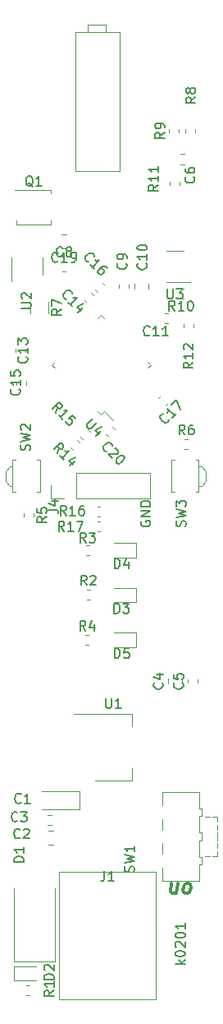
<source format=gbr>
G04 #@! TF.GenerationSoftware,KiCad,Pcbnew,(5.1.0)-1*
G04 #@! TF.CreationDate,2019-05-29T20:43:47+02:00*
G04 #@! TF.ProjectId,WELLER,57454c4c-4552-42e6-9b69-6361645f7063,rev?*
G04 #@! TF.SameCoordinates,Original*
G04 #@! TF.FileFunction,Legend,Top*
G04 #@! TF.FilePolarity,Positive*
%FSLAX46Y46*%
G04 Gerber Fmt 4.6, Leading zero omitted, Abs format (unit mm)*
G04 Created by KiCad (PCBNEW (5.1.0)-1) date 2019-05-29 20:43:47*
%MOMM*%
%LPD*%
G04 APERTURE LIST*
%ADD10C,0.300000*%
%ADD11C,0.150000*%
%ADD12C,0.120000*%
G04 APERTURE END LIST*
D10*
X138594545Y-113093108D02*
X138728474Y-113164537D01*
X138790974Y-113235965D01*
X138844545Y-113378822D01*
X138790974Y-113807394D01*
X138701688Y-113950251D01*
X138621331Y-114021680D01*
X138469545Y-114093108D01*
X138255260Y-114093108D01*
X138121331Y-114021680D01*
X138058831Y-113950251D01*
X138005260Y-113807394D01*
X138058831Y-113378822D01*
X138148117Y-113235965D01*
X138228474Y-113164537D01*
X138380260Y-113093108D01*
X138594545Y-113093108D01*
X137326688Y-114093108D02*
X137451688Y-113093108D01*
X137344545Y-113950251D02*
X137264188Y-114021680D01*
X137112402Y-114093108D01*
X136898117Y-114093108D01*
X136764188Y-114021680D01*
X136710617Y-113878822D01*
X136808831Y-113093108D01*
D11*
X138206740Y-121339668D02*
X137206740Y-121339668D01*
X137825788Y-121244430D02*
X138206740Y-120958716D01*
X137540074Y-120958716D02*
X137921026Y-121339668D01*
X137206740Y-120339668D02*
X137206740Y-120244430D01*
X137254360Y-120149192D01*
X137301979Y-120101573D01*
X137397217Y-120053954D01*
X137587693Y-120006335D01*
X137825788Y-120006335D01*
X138016264Y-120053954D01*
X138111502Y-120101573D01*
X138159121Y-120149192D01*
X138206740Y-120244430D01*
X138206740Y-120339668D01*
X138159121Y-120434906D01*
X138111502Y-120482525D01*
X138016264Y-120530144D01*
X137825788Y-120577763D01*
X137587693Y-120577763D01*
X137397217Y-120530144D01*
X137301979Y-120482525D01*
X137254360Y-120434906D01*
X137206740Y-120339668D01*
X137301979Y-119625382D02*
X137254360Y-119577763D01*
X137206740Y-119482525D01*
X137206740Y-119244430D01*
X137254360Y-119149192D01*
X137301979Y-119101573D01*
X137397217Y-119053954D01*
X137492455Y-119053954D01*
X137635312Y-119101573D01*
X138206740Y-119673001D01*
X138206740Y-119053954D01*
X137206740Y-118434906D02*
X137206740Y-118339668D01*
X137254360Y-118244430D01*
X137301979Y-118196811D01*
X137397217Y-118149192D01*
X137587693Y-118101573D01*
X137825788Y-118101573D01*
X138016264Y-118149192D01*
X138111502Y-118196811D01*
X138159121Y-118244430D01*
X138206740Y-118339668D01*
X138206740Y-118434906D01*
X138159121Y-118530144D01*
X138111502Y-118577763D01*
X138016264Y-118625382D01*
X137825788Y-118673001D01*
X137587693Y-118673001D01*
X137397217Y-118625382D01*
X137301979Y-118577763D01*
X137254360Y-118530144D01*
X137206740Y-118434906D01*
X138206740Y-117149192D02*
X138206740Y-117720620D01*
X138206740Y-117434906D02*
X137206740Y-117434906D01*
X137349598Y-117530144D01*
X137444836Y-117625382D01*
X137492455Y-117720620D01*
X133688200Y-75768104D02*
X133640580Y-75863342D01*
X133640580Y-76006200D01*
X133688200Y-76149057D01*
X133783438Y-76244295D01*
X133878676Y-76291914D01*
X134069152Y-76339533D01*
X134212009Y-76339533D01*
X134402485Y-76291914D01*
X134497723Y-76244295D01*
X134592961Y-76149057D01*
X134640580Y-76006200D01*
X134640580Y-75910961D01*
X134592961Y-75768104D01*
X134545342Y-75720485D01*
X134212009Y-75720485D01*
X134212009Y-75910961D01*
X134640580Y-75291914D02*
X133640580Y-75291914D01*
X134640580Y-74720485D01*
X133640580Y-74720485D01*
X134640580Y-74244295D02*
X133640580Y-74244295D01*
X133640580Y-74006200D01*
X133688200Y-73863342D01*
X133783438Y-73768104D01*
X133878676Y-73720485D01*
X134069152Y-73672866D01*
X134212009Y-73672866D01*
X134402485Y-73720485D01*
X134497723Y-73768104D01*
X134592961Y-73863342D01*
X134640580Y-74006200D01*
X134640580Y-74244295D01*
D12*
X129995000Y-24650800D02*
X128170000Y-24650800D01*
X129995000Y-25425800D02*
X129995000Y-24650800D01*
X128170000Y-24650800D02*
X128170000Y-25425800D01*
X131470000Y-39775800D02*
X131470000Y-25425800D01*
X126920000Y-39775800D02*
X126920000Y-25425800D01*
X131470000Y-25425800D02*
X126920000Y-25425800D01*
X126920000Y-39775800D02*
X131470000Y-39775800D01*
X122264760Y-53179896D02*
X122264760Y-54384024D01*
X124084760Y-53179896D02*
X124084760Y-54384024D01*
X125225800Y-124961600D02*
X125225800Y-111911600D01*
X135225800Y-124961600D02*
X125225800Y-124961600D01*
X135225800Y-111911600D02*
X135225800Y-124961600D01*
X125225800Y-111911600D02*
X130225800Y-111911600D01*
X130225800Y-111911600D02*
X135225800Y-111911600D01*
X129474179Y-75817000D02*
X129148621Y-75817000D01*
X129474179Y-76837000D02*
X129148621Y-76837000D01*
X129474179Y-74242200D02*
X129148621Y-74242200D01*
X129474179Y-75262200D02*
X129148621Y-75262200D01*
X139524200Y-92424067D02*
X139524200Y-92081533D01*
X138504200Y-92424067D02*
X138504200Y-92081533D01*
X136433779Y-54404800D02*
X136108221Y-54404800D01*
X136433779Y-55424800D02*
X136108221Y-55424800D01*
X130023471Y-66787520D02*
X130265680Y-67029729D01*
X130744720Y-66066271D02*
X130986929Y-66308480D01*
X129858198Y-64477113D02*
X130770366Y-65389281D01*
X129540000Y-64795311D02*
X129858198Y-64477113D01*
X129221802Y-64477113D02*
X129540000Y-64795311D01*
X124434689Y-59690000D02*
X124752887Y-59371802D01*
X124752887Y-60008198D02*
X124434689Y-59690000D01*
X134645311Y-59690000D02*
X134327113Y-60008198D01*
X134327113Y-59371802D02*
X134645311Y-59690000D01*
X129540000Y-54584689D02*
X129221802Y-54902887D01*
X129858198Y-54902887D02*
X129540000Y-54584689D01*
X127329329Y-67680080D02*
X127087120Y-67437871D01*
X126608080Y-68401329D02*
X126365871Y-68159120D01*
X124349200Y-73440600D02*
X124349200Y-72110600D01*
X125679200Y-73440600D02*
X124349200Y-73440600D01*
X126949200Y-73440600D02*
X126949200Y-70780600D01*
X126949200Y-70780600D02*
X134629200Y-70780600D01*
X126949200Y-73440600D02*
X134629200Y-73440600D01*
X134629200Y-73440600D02*
X134629200Y-70780600D01*
X125988578Y-46280000D02*
X125471422Y-46280000D01*
X125988578Y-47700000D02*
X125471422Y-47700000D01*
X129894729Y-51449480D02*
X129652520Y-51207271D01*
X129173480Y-52170729D02*
X128931271Y-51928520D01*
X139626800Y-72770000D02*
X139326800Y-72770000D01*
X139626800Y-69470000D02*
X139626800Y-72770000D01*
X139326800Y-69470000D02*
X139626800Y-69470000D01*
X136826800Y-72770000D02*
X137126800Y-72770000D01*
X137126800Y-69470000D02*
X136826800Y-69470000D01*
X136826800Y-69470000D02*
X136826800Y-72770000D01*
X139946800Y-72120000D02*
X139626800Y-72120000D01*
X140326800Y-71620000D02*
X139946800Y-72120000D01*
X140326800Y-70620000D02*
X140326800Y-71620000D01*
X139946800Y-70120000D02*
X139626800Y-70120000D01*
X140326800Y-70620000D02*
X139946800Y-70120000D01*
X120418400Y-69470000D02*
X120718400Y-69470000D01*
X120418400Y-72770000D02*
X120418400Y-69470000D01*
X120718400Y-72770000D02*
X120418400Y-72770000D01*
X123218400Y-69470000D02*
X122918400Y-69470000D01*
X122918400Y-72770000D02*
X123218400Y-72770000D01*
X123218400Y-72770000D02*
X123218400Y-69470000D01*
X120098400Y-70120000D02*
X120418400Y-70120000D01*
X119718400Y-70620000D02*
X120098400Y-70120000D01*
X119718400Y-71620000D02*
X119718400Y-70620000D01*
X120098400Y-72120000D02*
X120418400Y-72120000D01*
X119718400Y-71620000D02*
X120098400Y-72120000D01*
X141569600Y-108629400D02*
X141569600Y-108629400D01*
X141569600Y-107829400D02*
X141569600Y-108629400D01*
X141569600Y-107529400D02*
X141569600Y-107529400D01*
X141569600Y-107029400D02*
X141569600Y-107529400D01*
X141569600Y-108929400D02*
X141569600Y-108929400D01*
X141569600Y-109429400D02*
X141569600Y-108929400D01*
X140269600Y-110229400D02*
X140269600Y-110229400D01*
X140769600Y-110229400D02*
X140269600Y-110229400D01*
X140269600Y-106229400D02*
X140269600Y-106229400D01*
X140769600Y-106229400D02*
X140269600Y-106229400D01*
X141069600Y-106229400D02*
X141069600Y-106229400D01*
X141569600Y-106229400D02*
X141069600Y-106229400D01*
X141569600Y-106729400D02*
X141569600Y-106729400D01*
X141569600Y-106229400D02*
X141569600Y-106729400D01*
X141569600Y-109729400D02*
X141569600Y-109729400D01*
X141569600Y-110229400D02*
X141569600Y-109729400D01*
X141069600Y-110229400D02*
X141069600Y-110229400D01*
X141569600Y-110229400D02*
X141069600Y-110229400D01*
X139669600Y-112829400D02*
X139669600Y-112829400D01*
X139669600Y-111129400D02*
X139669600Y-112829400D01*
X139969600Y-111129400D02*
X139669600Y-111129400D01*
X139969600Y-110329400D02*
X139969600Y-111129400D01*
X139669600Y-110329400D02*
X139969600Y-110329400D01*
X139669600Y-108629400D02*
X139669600Y-110329400D01*
X139969600Y-108629400D02*
X139669600Y-108629400D01*
X139969600Y-107829400D02*
X139969600Y-108629400D01*
X139669600Y-107829400D02*
X139969600Y-107829400D01*
X139669600Y-106129400D02*
X139669600Y-107829400D01*
X139969600Y-106129400D02*
X139669600Y-106129400D01*
X139969600Y-105329400D02*
X139969600Y-106129400D01*
X139669600Y-105329400D02*
X139969600Y-105329400D01*
X139669600Y-103629400D02*
X139669600Y-105329400D01*
X135869600Y-110029400D02*
X135869600Y-110029400D01*
X135869600Y-108929400D02*
X135869600Y-110029400D01*
X135869600Y-107529400D02*
X135869600Y-107529400D01*
X135869600Y-106429400D02*
X135869600Y-107529400D01*
X135869600Y-112829400D02*
X135869600Y-111429400D01*
X139669600Y-112829400D02*
X135869600Y-112829400D01*
X135869600Y-103629400D02*
X139669600Y-103629400D01*
X135869600Y-105029400D02*
X135869600Y-103629400D01*
X127438673Y-67072922D02*
X127668878Y-67303127D01*
X128159922Y-66351673D02*
X128390127Y-66581878D01*
X139117800Y-55814179D02*
X139117800Y-55488621D01*
X138097800Y-55814179D02*
X138097800Y-55488621D01*
X137619200Y-41158379D02*
X137619200Y-40832821D01*
X136599200Y-41158379D02*
X136599200Y-40832821D01*
X138033979Y-51814000D02*
X137708421Y-51814000D01*
X138033979Y-52834000D02*
X137708421Y-52834000D01*
X137593800Y-35748179D02*
X137593800Y-35422621D01*
X136573800Y-35748179D02*
X136573800Y-35422621D01*
X138250200Y-35397221D02*
X138250200Y-35722779D01*
X139270200Y-35397221D02*
X139270200Y-35722779D01*
X121833421Y-124538200D02*
X122158979Y-124538200D01*
X121833421Y-123518200D02*
X122158979Y-123518200D01*
X120587400Y-123061400D02*
X122872400Y-123061400D01*
X120587400Y-121591400D02*
X120587400Y-123061400D01*
X122872400Y-121591400D02*
X120587400Y-121591400D01*
X120506600Y-121131200D02*
X120506600Y-113581200D01*
X124806600Y-121131200D02*
X124806600Y-113581200D01*
X120506600Y-121131200D02*
X124806600Y-121131200D01*
X136190480Y-63824249D02*
X136432689Y-63582040D01*
X135469231Y-63103000D02*
X135711440Y-62860791D01*
X121774680Y-58362667D02*
X121774680Y-58020133D01*
X120754680Y-58362667D02*
X120754680Y-58020133D01*
X128751729Y-52516280D02*
X128509520Y-52274071D01*
X128030480Y-53237529D02*
X127788271Y-52995320D01*
X120764840Y-61413573D02*
X120764840Y-61756107D01*
X121784840Y-61413573D02*
X121784840Y-61756107D01*
X134441000Y-51845978D02*
X134441000Y-51328822D01*
X133021000Y-51845978D02*
X133021000Y-51328822D01*
X132412200Y-51758667D02*
X132412200Y-51416133D01*
X131392200Y-51758667D02*
X131392200Y-51416133D01*
X125558733Y-50040000D02*
X125901267Y-50040000D01*
X125558733Y-49020000D02*
X125901267Y-49020000D01*
X138118667Y-37996400D02*
X137776133Y-37996400D01*
X138118667Y-39016400D02*
X137776133Y-39016400D01*
X137870000Y-92511378D02*
X137870000Y-91994222D01*
X136450000Y-92511378D02*
X136450000Y-91994222D01*
X124402667Y-105992200D02*
X124060133Y-105992200D01*
X124402667Y-107012200D02*
X124060133Y-107012200D01*
X124616978Y-107621000D02*
X124099822Y-107621000D01*
X124616978Y-109041000D02*
X124099822Y-109041000D01*
X127328800Y-103586000D02*
X123418800Y-103586000D01*
X127328800Y-105456000D02*
X127328800Y-103586000D01*
X123418800Y-105456000D02*
X127328800Y-105456000D01*
X120310000Y-48630000D02*
X120310000Y-51080000D01*
X123530000Y-50430000D02*
X123530000Y-48630000D01*
X126710000Y-95650000D02*
X132720000Y-95650000D01*
X128960000Y-102470000D02*
X132720000Y-102470000D01*
X132720000Y-95650000D02*
X132720000Y-96910000D01*
X132720000Y-102470000D02*
X132720000Y-101210000D01*
X138191021Y-68353400D02*
X138516579Y-68353400D01*
X138191021Y-67333400D02*
X138516579Y-67333400D01*
X121526840Y-74985661D02*
X121526840Y-75311219D01*
X122546840Y-74985661D02*
X122546840Y-75311219D01*
X127954821Y-88521000D02*
X128280379Y-88521000D01*
X127954821Y-87501000D02*
X128280379Y-87501000D01*
X128030921Y-79250000D02*
X128356479Y-79250000D01*
X128030921Y-78230000D02*
X128356479Y-78230000D01*
X128056421Y-83847400D02*
X128381979Y-83847400D01*
X128056421Y-82827400D02*
X128381979Y-82827400D01*
X120835800Y-45204000D02*
X120835800Y-44834000D01*
X124375800Y-45204000D02*
X124375800Y-44834000D01*
X124375800Y-41664000D02*
X124375800Y-42034000D01*
X120835800Y-45204000D02*
X124375800Y-45204000D01*
X124375800Y-41664000D02*
X120605800Y-41664000D01*
X133158700Y-87250600D02*
X130873700Y-87250600D01*
X133158700Y-88720600D02*
X133158700Y-87250600D01*
X130873700Y-88720600D02*
X133158700Y-88720600D01*
X133158700Y-78017700D02*
X130873700Y-78017700D01*
X133158700Y-79487700D02*
X133158700Y-78017700D01*
X130873700Y-79487700D02*
X133158700Y-79487700D01*
X133133300Y-82634150D02*
X130848300Y-82634150D01*
X133133300Y-84104150D02*
X133133300Y-82634150D01*
X130848300Y-84104150D02*
X133133300Y-84104150D01*
X136260000Y-51140000D02*
X138710000Y-51140000D01*
X138060000Y-47920000D02*
X136260000Y-47920000D01*
D11*
X125447140Y-53948626D02*
X124970950Y-54281960D01*
X125447140Y-54520055D02*
X124447140Y-54520055D01*
X124447140Y-54139102D01*
X124494760Y-54043864D01*
X124542379Y-53996245D01*
X124637617Y-53948626D01*
X124780474Y-53948626D01*
X124875712Y-53996245D01*
X124923331Y-54043864D01*
X124970950Y-54139102D01*
X124970950Y-54520055D01*
X124447140Y-53615293D02*
X124447140Y-52948626D01*
X125447140Y-53377198D01*
X129892466Y-111813980D02*
X129892466Y-112528266D01*
X129844847Y-112671123D01*
X129749609Y-112766361D01*
X129606752Y-112813980D01*
X129511514Y-112813980D01*
X130892466Y-112813980D02*
X130321038Y-112813980D01*
X130606752Y-112813980D02*
X130606752Y-111813980D01*
X130511514Y-111956838D01*
X130416276Y-112052076D01*
X130321038Y-112099695D01*
X125747542Y-76779380D02*
X125414209Y-76303190D01*
X125176114Y-76779380D02*
X125176114Y-75779380D01*
X125557066Y-75779380D01*
X125652304Y-75827000D01*
X125699923Y-75874619D01*
X125747542Y-75969857D01*
X125747542Y-76112714D01*
X125699923Y-76207952D01*
X125652304Y-76255571D01*
X125557066Y-76303190D01*
X125176114Y-76303190D01*
X126699923Y-76779380D02*
X126128495Y-76779380D01*
X126414209Y-76779380D02*
X126414209Y-75779380D01*
X126318971Y-75922238D01*
X126223733Y-76017476D01*
X126128495Y-76065095D01*
X127033257Y-75779380D02*
X127699923Y-75779380D01*
X127271352Y-76779380D01*
X125925342Y-75179180D02*
X125592009Y-74702990D01*
X125353914Y-75179180D02*
X125353914Y-74179180D01*
X125734866Y-74179180D01*
X125830104Y-74226800D01*
X125877723Y-74274419D01*
X125925342Y-74369657D01*
X125925342Y-74512514D01*
X125877723Y-74607752D01*
X125830104Y-74655371D01*
X125734866Y-74702990D01*
X125353914Y-74702990D01*
X126877723Y-75179180D02*
X126306295Y-75179180D01*
X126592009Y-75179180D02*
X126592009Y-74179180D01*
X126496771Y-74322038D01*
X126401533Y-74417276D01*
X126306295Y-74464895D01*
X127734866Y-74179180D02*
X127544390Y-74179180D01*
X127449152Y-74226800D01*
X127401533Y-74274419D01*
X127306295Y-74417276D01*
X127258676Y-74607752D01*
X127258676Y-74988704D01*
X127306295Y-75083942D01*
X127353914Y-75131561D01*
X127449152Y-75179180D01*
X127639628Y-75179180D01*
X127734866Y-75131561D01*
X127782485Y-75083942D01*
X127830104Y-74988704D01*
X127830104Y-74750609D01*
X127782485Y-74655371D01*
X127734866Y-74607752D01*
X127639628Y-74560133D01*
X127449152Y-74560133D01*
X127353914Y-74607752D01*
X127306295Y-74655371D01*
X127258676Y-74750609D01*
X137941342Y-92419466D02*
X137988961Y-92467085D01*
X138036580Y-92609942D01*
X138036580Y-92705180D01*
X137988961Y-92848038D01*
X137893723Y-92943276D01*
X137798485Y-92990895D01*
X137608009Y-93038514D01*
X137465152Y-93038514D01*
X137274676Y-92990895D01*
X137179438Y-92943276D01*
X137084200Y-92848038D01*
X137036580Y-92705180D01*
X137036580Y-92609942D01*
X137084200Y-92467085D01*
X137131819Y-92419466D01*
X137036580Y-91514704D02*
X137036580Y-91990895D01*
X137512771Y-92038514D01*
X137465152Y-91990895D01*
X137417533Y-91895657D01*
X137417533Y-91657561D01*
X137465152Y-91562323D01*
X137512771Y-91514704D01*
X137608009Y-91467085D01*
X137846104Y-91467085D01*
X137941342Y-91514704D01*
X137988961Y-91562323D01*
X138036580Y-91657561D01*
X138036580Y-91895657D01*
X137988961Y-91990895D01*
X137941342Y-92038514D01*
X134561342Y-56592742D02*
X134513723Y-56640361D01*
X134370866Y-56687980D01*
X134275628Y-56687980D01*
X134132771Y-56640361D01*
X134037533Y-56545123D01*
X133989914Y-56449885D01*
X133942295Y-56259409D01*
X133942295Y-56116552D01*
X133989914Y-55926076D01*
X134037533Y-55830838D01*
X134132771Y-55735600D01*
X134275628Y-55687980D01*
X134370866Y-55687980D01*
X134513723Y-55735600D01*
X134561342Y-55783219D01*
X135513723Y-56687980D02*
X134942295Y-56687980D01*
X135228009Y-56687980D02*
X135228009Y-55687980D01*
X135132771Y-55830838D01*
X135037533Y-55926076D01*
X134942295Y-55973695D01*
X136466104Y-56687980D02*
X135894676Y-56687980D01*
X136180390Y-56687980D02*
X136180390Y-55687980D01*
X136085152Y-55830838D01*
X135989914Y-55926076D01*
X135894676Y-55973695D01*
X130102893Y-68581169D02*
X130035549Y-68581169D01*
X129900862Y-68513825D01*
X129833519Y-68446482D01*
X129766175Y-68311795D01*
X129766175Y-68177108D01*
X129799847Y-68076093D01*
X129900862Y-67907734D01*
X130001877Y-67806719D01*
X130170236Y-67705703D01*
X130271251Y-67672032D01*
X130405938Y-67672032D01*
X130540625Y-67739375D01*
X130607969Y-67806719D01*
X130675312Y-67941406D01*
X130675312Y-68008749D01*
X130944687Y-68278123D02*
X131012030Y-68278123D01*
X131113045Y-68311795D01*
X131281404Y-68480154D01*
X131315076Y-68581169D01*
X131315076Y-68648512D01*
X131281404Y-68749528D01*
X131214061Y-68816871D01*
X131079374Y-68884215D01*
X130271251Y-68884215D01*
X130708984Y-69321948D01*
X131853824Y-69052574D02*
X131921167Y-69119917D01*
X131954839Y-69220932D01*
X131954839Y-69288276D01*
X131921167Y-69389291D01*
X131820152Y-69557650D01*
X131651793Y-69726009D01*
X131483435Y-69827024D01*
X131382419Y-69860696D01*
X131315076Y-69860696D01*
X131214061Y-69827024D01*
X131146717Y-69759680D01*
X131113045Y-69658665D01*
X131113045Y-69591322D01*
X131146717Y-69490306D01*
X131247732Y-69321948D01*
X131416091Y-69153589D01*
X131584450Y-69052574D01*
X131685465Y-69018902D01*
X131752809Y-69018902D01*
X131853824Y-69052574D01*
X128677277Y-65241026D02*
X128104857Y-65813446D01*
X128071185Y-65914461D01*
X128071185Y-65981805D01*
X128104857Y-66082820D01*
X128239544Y-66217507D01*
X128340559Y-66251179D01*
X128407903Y-66251179D01*
X128508918Y-66217507D01*
X129081338Y-65645087D01*
X129485399Y-66520553D02*
X129013994Y-66991957D01*
X129586414Y-66082820D02*
X128912979Y-66419538D01*
X129350712Y-66857270D01*
X125061986Y-68796075D02*
X125163001Y-68223656D01*
X124657925Y-68392014D02*
X125365032Y-67684908D01*
X125634406Y-67954282D01*
X125668078Y-68055297D01*
X125668078Y-68122640D01*
X125634406Y-68223656D01*
X125533391Y-68324671D01*
X125432375Y-68358343D01*
X125365032Y-68358343D01*
X125264017Y-68324671D01*
X124994643Y-68055297D01*
X125735421Y-69469511D02*
X125331360Y-69065450D01*
X125533391Y-69267480D02*
X126240498Y-68560373D01*
X126072139Y-68594045D01*
X125937452Y-68594045D01*
X125836437Y-68560373D01*
X126812917Y-69604198D02*
X126341513Y-70075602D01*
X126913933Y-69166465D02*
X126240498Y-69503182D01*
X126678230Y-69940915D01*
X124140980Y-74602933D02*
X124855266Y-74602933D01*
X124998123Y-74650552D01*
X125093361Y-74745790D01*
X125140980Y-74888647D01*
X125140980Y-74983885D01*
X124474314Y-73698171D02*
X125140980Y-73698171D01*
X124093361Y-73936266D02*
X124807647Y-74174361D01*
X124807647Y-73555314D01*
X125087142Y-48997142D02*
X125039523Y-49044761D01*
X124896666Y-49092380D01*
X124801428Y-49092380D01*
X124658571Y-49044761D01*
X124563333Y-48949523D01*
X124515714Y-48854285D01*
X124468095Y-48663809D01*
X124468095Y-48520952D01*
X124515714Y-48330476D01*
X124563333Y-48235238D01*
X124658571Y-48140000D01*
X124801428Y-48092380D01*
X124896666Y-48092380D01*
X125039523Y-48140000D01*
X125087142Y-48187619D01*
X126039523Y-49092380D02*
X125468095Y-49092380D01*
X125753809Y-49092380D02*
X125753809Y-48092380D01*
X125658571Y-48235238D01*
X125563333Y-48330476D01*
X125468095Y-48378095D01*
X126515714Y-49092380D02*
X126706190Y-49092380D01*
X126801428Y-49044761D01*
X126849047Y-48997142D01*
X126944285Y-48854285D01*
X126991904Y-48663809D01*
X126991904Y-48282857D01*
X126944285Y-48187619D01*
X126896666Y-48140000D01*
X126801428Y-48092380D01*
X126610952Y-48092380D01*
X126515714Y-48140000D01*
X126468095Y-48187619D01*
X126420476Y-48282857D01*
X126420476Y-48520952D01*
X126468095Y-48616190D01*
X126515714Y-48663809D01*
X126610952Y-48711428D01*
X126801428Y-48711428D01*
X126896666Y-48663809D01*
X126944285Y-48616190D01*
X126991904Y-48520952D01*
X128248693Y-49073969D02*
X128181349Y-49073969D01*
X128046662Y-49006625D01*
X127979319Y-48939282D01*
X127911975Y-48804595D01*
X127911975Y-48669908D01*
X127945647Y-48568893D01*
X128046662Y-48400534D01*
X128147677Y-48299519D01*
X128316036Y-48198503D01*
X128417051Y-48164832D01*
X128551738Y-48164832D01*
X128686425Y-48232175D01*
X128753769Y-48299519D01*
X128821112Y-48434206D01*
X128821112Y-48501549D01*
X128854784Y-49814748D02*
X128450723Y-49410687D01*
X128652754Y-49612717D02*
X129359861Y-48905610D01*
X129191502Y-48939282D01*
X129056815Y-48939282D01*
X128955800Y-48905610D01*
X130167983Y-49713732D02*
X130033296Y-49579045D01*
X129932280Y-49545374D01*
X129864937Y-49545374D01*
X129696578Y-49579045D01*
X129528219Y-49680061D01*
X129258845Y-49949435D01*
X129225174Y-50050450D01*
X129225174Y-50117793D01*
X129258845Y-50218809D01*
X129393532Y-50353496D01*
X129494548Y-50387167D01*
X129561891Y-50387167D01*
X129662906Y-50353496D01*
X129831265Y-50185137D01*
X129864937Y-50084122D01*
X129864937Y-50016778D01*
X129831265Y-49915763D01*
X129696578Y-49781076D01*
X129595563Y-49747404D01*
X129528219Y-49747404D01*
X129427204Y-49781076D01*
X138250561Y-76314133D02*
X138298180Y-76171276D01*
X138298180Y-75933180D01*
X138250561Y-75837942D01*
X138202942Y-75790323D01*
X138107704Y-75742704D01*
X138012466Y-75742704D01*
X137917228Y-75790323D01*
X137869609Y-75837942D01*
X137821990Y-75933180D01*
X137774371Y-76123657D01*
X137726752Y-76218895D01*
X137679133Y-76266514D01*
X137583895Y-76314133D01*
X137488657Y-76314133D01*
X137393419Y-76266514D01*
X137345800Y-76218895D01*
X137298180Y-76123657D01*
X137298180Y-75885561D01*
X137345800Y-75742704D01*
X137298180Y-75409371D02*
X138298180Y-75171276D01*
X137583895Y-74980800D01*
X138298180Y-74790323D01*
X137298180Y-74552228D01*
X137298180Y-74266514D02*
X137298180Y-73647466D01*
X137679133Y-73980800D01*
X137679133Y-73837942D01*
X137726752Y-73742704D01*
X137774371Y-73695085D01*
X137869609Y-73647466D01*
X138107704Y-73647466D01*
X138202942Y-73695085D01*
X138250561Y-73742704D01*
X138298180Y-73837942D01*
X138298180Y-74123657D01*
X138250561Y-74218895D01*
X138202942Y-74266514D01*
X122172361Y-68465533D02*
X122219980Y-68322676D01*
X122219980Y-68084580D01*
X122172361Y-67989342D01*
X122124742Y-67941723D01*
X122029504Y-67894104D01*
X121934266Y-67894104D01*
X121839028Y-67941723D01*
X121791409Y-67989342D01*
X121743790Y-68084580D01*
X121696171Y-68275057D01*
X121648552Y-68370295D01*
X121600933Y-68417914D01*
X121505695Y-68465533D01*
X121410457Y-68465533D01*
X121315219Y-68417914D01*
X121267600Y-68370295D01*
X121219980Y-68275057D01*
X121219980Y-68036961D01*
X121267600Y-67894104D01*
X121219980Y-67560771D02*
X122219980Y-67322676D01*
X121505695Y-67132200D01*
X122219980Y-66941723D01*
X121219980Y-66703628D01*
X121315219Y-66370295D02*
X121267600Y-66322676D01*
X121219980Y-66227438D01*
X121219980Y-65989342D01*
X121267600Y-65894104D01*
X121315219Y-65846485D01*
X121410457Y-65798866D01*
X121505695Y-65798866D01*
X121648552Y-65846485D01*
X122219980Y-66417914D01*
X122219980Y-65798866D01*
X132916561Y-111874133D02*
X132964180Y-111731276D01*
X132964180Y-111493180D01*
X132916561Y-111397942D01*
X132868942Y-111350323D01*
X132773704Y-111302704D01*
X132678466Y-111302704D01*
X132583228Y-111350323D01*
X132535609Y-111397942D01*
X132487990Y-111493180D01*
X132440371Y-111683657D01*
X132392752Y-111778895D01*
X132345133Y-111826514D01*
X132249895Y-111874133D01*
X132154657Y-111874133D01*
X132059419Y-111826514D01*
X132011800Y-111778895D01*
X131964180Y-111683657D01*
X131964180Y-111445561D01*
X132011800Y-111302704D01*
X131964180Y-110969371D02*
X132964180Y-110731276D01*
X132249895Y-110540800D01*
X132964180Y-110350323D01*
X131964180Y-110112228D01*
X132964180Y-109207466D02*
X132964180Y-109778895D01*
X132964180Y-109493180D02*
X131964180Y-109493180D01*
X132107038Y-109588419D01*
X132202276Y-109683657D01*
X132249895Y-109778895D01*
X124904749Y-64609912D02*
X125005764Y-64037493D01*
X124500688Y-64205851D02*
X125207795Y-63498745D01*
X125477169Y-63768119D01*
X125510841Y-63869134D01*
X125510841Y-63936477D01*
X125477169Y-64037493D01*
X125376154Y-64138508D01*
X125275138Y-64172180D01*
X125207795Y-64172180D01*
X125106780Y-64138508D01*
X124837406Y-63869134D01*
X125578184Y-65283348D02*
X125174123Y-64879287D01*
X125376154Y-65081317D02*
X126083261Y-64374210D01*
X125914902Y-64407882D01*
X125780215Y-64407882D01*
X125679200Y-64374210D01*
X126925054Y-65216004D02*
X126588337Y-64879287D01*
X126217948Y-65182332D01*
X126285291Y-65182332D01*
X126386306Y-65216004D01*
X126554665Y-65384363D01*
X126588337Y-65485378D01*
X126588337Y-65552722D01*
X126554665Y-65653737D01*
X126386306Y-65822096D01*
X126285291Y-65855767D01*
X126217948Y-65855767D01*
X126116932Y-65822096D01*
X125948574Y-65653737D01*
X125914902Y-65552722D01*
X125914902Y-65485378D01*
X139044940Y-59433697D02*
X138568750Y-59767030D01*
X139044940Y-60005125D02*
X138044940Y-60005125D01*
X138044940Y-59624173D01*
X138092560Y-59528935D01*
X138140179Y-59481316D01*
X138235417Y-59433697D01*
X138378274Y-59433697D01*
X138473512Y-59481316D01*
X138521131Y-59528935D01*
X138568750Y-59624173D01*
X138568750Y-60005125D01*
X139044940Y-58481316D02*
X139044940Y-59052744D01*
X139044940Y-58767030D02*
X138044940Y-58767030D01*
X138187798Y-58862268D01*
X138283036Y-58957506D01*
X138330655Y-59052744D01*
X138140179Y-58100363D02*
X138092560Y-58052744D01*
X138044940Y-57957506D01*
X138044940Y-57719411D01*
X138092560Y-57624173D01*
X138140179Y-57576554D01*
X138235417Y-57528935D01*
X138330655Y-57528935D01*
X138473512Y-57576554D01*
X139044940Y-58147982D01*
X139044940Y-57528935D01*
X135453380Y-41155857D02*
X134977190Y-41489190D01*
X135453380Y-41727285D02*
X134453380Y-41727285D01*
X134453380Y-41346333D01*
X134501000Y-41251095D01*
X134548619Y-41203476D01*
X134643857Y-41155857D01*
X134786714Y-41155857D01*
X134881952Y-41203476D01*
X134929571Y-41251095D01*
X134977190Y-41346333D01*
X134977190Y-41727285D01*
X135453380Y-40203476D02*
X135453380Y-40774904D01*
X135453380Y-40489190D02*
X134453380Y-40489190D01*
X134596238Y-40584428D01*
X134691476Y-40679666D01*
X134739095Y-40774904D01*
X135453380Y-39251095D02*
X135453380Y-39822523D01*
X135453380Y-39536809D02*
X134453380Y-39536809D01*
X134596238Y-39632047D01*
X134691476Y-39727285D01*
X134739095Y-39822523D01*
X137152142Y-54097180D02*
X136818809Y-53620990D01*
X136580714Y-54097180D02*
X136580714Y-53097180D01*
X136961666Y-53097180D01*
X137056904Y-53144800D01*
X137104523Y-53192419D01*
X137152142Y-53287657D01*
X137152142Y-53430514D01*
X137104523Y-53525752D01*
X137056904Y-53573371D01*
X136961666Y-53620990D01*
X136580714Y-53620990D01*
X138104523Y-54097180D02*
X137533095Y-54097180D01*
X137818809Y-54097180D02*
X137818809Y-53097180D01*
X137723571Y-53240038D01*
X137628333Y-53335276D01*
X137533095Y-53382895D01*
X138723571Y-53097180D02*
X138818809Y-53097180D01*
X138914047Y-53144800D01*
X138961666Y-53192419D01*
X139009285Y-53287657D01*
X139056904Y-53478133D01*
X139056904Y-53716228D01*
X139009285Y-53906704D01*
X138961666Y-54001942D01*
X138914047Y-54049561D01*
X138818809Y-54097180D01*
X138723571Y-54097180D01*
X138628333Y-54049561D01*
X138580714Y-54001942D01*
X138533095Y-53906704D01*
X138485476Y-53716228D01*
X138485476Y-53478133D01*
X138533095Y-53287657D01*
X138580714Y-53192419D01*
X138628333Y-53144800D01*
X138723571Y-53097180D01*
X136106180Y-35752066D02*
X135629990Y-36085400D01*
X136106180Y-36323495D02*
X135106180Y-36323495D01*
X135106180Y-35942542D01*
X135153800Y-35847304D01*
X135201419Y-35799685D01*
X135296657Y-35752066D01*
X135439514Y-35752066D01*
X135534752Y-35799685D01*
X135582371Y-35847304D01*
X135629990Y-35942542D01*
X135629990Y-36323495D01*
X136106180Y-35275876D02*
X136106180Y-35085400D01*
X136058561Y-34990161D01*
X136010942Y-34942542D01*
X135868085Y-34847304D01*
X135677609Y-34799685D01*
X135296657Y-34799685D01*
X135201419Y-34847304D01*
X135153800Y-34894923D01*
X135106180Y-34990161D01*
X135106180Y-35180638D01*
X135153800Y-35275876D01*
X135201419Y-35323495D01*
X135296657Y-35371114D01*
X135534752Y-35371114D01*
X135629990Y-35323495D01*
X135677609Y-35275876D01*
X135725228Y-35180638D01*
X135725228Y-34990161D01*
X135677609Y-34894923D01*
X135629990Y-34847304D01*
X135534752Y-34799685D01*
X139288780Y-32119866D02*
X138812590Y-32453200D01*
X139288780Y-32691295D02*
X138288780Y-32691295D01*
X138288780Y-32310342D01*
X138336400Y-32215104D01*
X138384019Y-32167485D01*
X138479257Y-32119866D01*
X138622114Y-32119866D01*
X138717352Y-32167485D01*
X138764971Y-32215104D01*
X138812590Y-32310342D01*
X138812590Y-32691295D01*
X138717352Y-31548438D02*
X138669733Y-31643676D01*
X138622114Y-31691295D01*
X138526876Y-31738914D01*
X138479257Y-31738914D01*
X138384019Y-31691295D01*
X138336400Y-31643676D01*
X138288780Y-31548438D01*
X138288780Y-31357961D01*
X138336400Y-31262723D01*
X138384019Y-31215104D01*
X138479257Y-31167485D01*
X138526876Y-31167485D01*
X138622114Y-31215104D01*
X138669733Y-31262723D01*
X138717352Y-31357961D01*
X138717352Y-31548438D01*
X138764971Y-31643676D01*
X138812590Y-31691295D01*
X138907828Y-31738914D01*
X139098304Y-31738914D01*
X139193542Y-31691295D01*
X139241161Y-31643676D01*
X139288780Y-31548438D01*
X139288780Y-31357961D01*
X139241161Y-31262723D01*
X139193542Y-31215104D01*
X139098304Y-31167485D01*
X138907828Y-31167485D01*
X138812590Y-31215104D01*
X138764971Y-31262723D01*
X138717352Y-31357961D01*
X124658380Y-124093266D02*
X124182190Y-124426600D01*
X124658380Y-124664695D02*
X123658380Y-124664695D01*
X123658380Y-124283742D01*
X123706000Y-124188504D01*
X123753619Y-124140885D01*
X123848857Y-124093266D01*
X123991714Y-124093266D01*
X124086952Y-124140885D01*
X124134571Y-124188504D01*
X124182190Y-124283742D01*
X124182190Y-124664695D01*
X124658380Y-123140885D02*
X124658380Y-123712314D01*
X124658380Y-123426600D02*
X123658380Y-123426600D01*
X123801238Y-123521838D01*
X123896476Y-123617076D01*
X123944095Y-123712314D01*
X124658380Y-122937495D02*
X123658380Y-122937495D01*
X123658380Y-122699400D01*
X123706000Y-122556542D01*
X123801238Y-122461304D01*
X123896476Y-122413685D01*
X124086952Y-122366066D01*
X124229809Y-122366066D01*
X124420285Y-122413685D01*
X124515523Y-122461304D01*
X124610761Y-122556542D01*
X124658380Y-122699400D01*
X124658380Y-122937495D01*
X123753619Y-121985114D02*
X123706000Y-121937495D01*
X123658380Y-121842257D01*
X123658380Y-121604161D01*
X123706000Y-121508923D01*
X123753619Y-121461304D01*
X123848857Y-121413685D01*
X123944095Y-121413685D01*
X124086952Y-121461304D01*
X124658380Y-122032733D01*
X124658380Y-121413685D01*
X121559580Y-110852175D02*
X120559580Y-110852175D01*
X120559580Y-110614080D01*
X120607200Y-110471222D01*
X120702438Y-110375984D01*
X120797676Y-110328365D01*
X120988152Y-110280746D01*
X121131009Y-110280746D01*
X121321485Y-110328365D01*
X121416723Y-110375984D01*
X121511961Y-110471222D01*
X121559580Y-110614080D01*
X121559580Y-110852175D01*
X121559580Y-109328365D02*
X121559580Y-109899794D01*
X121559580Y-109614080D02*
X120559580Y-109614080D01*
X120702438Y-109709318D01*
X120797676Y-109804556D01*
X120845295Y-109899794D01*
X136561728Y-65294226D02*
X136561728Y-65361570D01*
X136494384Y-65496257D01*
X136427041Y-65563600D01*
X136292354Y-65630944D01*
X136157667Y-65630944D01*
X136056652Y-65597272D01*
X135888293Y-65496257D01*
X135787278Y-65395242D01*
X135686262Y-65226883D01*
X135652591Y-65125868D01*
X135652591Y-64991181D01*
X135719934Y-64856494D01*
X135787278Y-64789150D01*
X135921965Y-64721807D01*
X135989308Y-64721807D01*
X137302507Y-64688135D02*
X136898446Y-65092196D01*
X137100476Y-64890165D02*
X136393369Y-64183058D01*
X136427041Y-64351417D01*
X136427041Y-64486104D01*
X136393369Y-64587120D01*
X136831102Y-63745326D02*
X137302507Y-63273921D01*
X137706568Y-64284074D01*
X121093502Y-62166737D02*
X121141121Y-62214356D01*
X121188740Y-62357213D01*
X121188740Y-62452451D01*
X121141121Y-62595308D01*
X121045883Y-62690546D01*
X120950645Y-62738165D01*
X120760169Y-62785784D01*
X120617312Y-62785784D01*
X120426836Y-62738165D01*
X120331598Y-62690546D01*
X120236360Y-62595308D01*
X120188740Y-62452451D01*
X120188740Y-62357213D01*
X120236360Y-62214356D01*
X120283979Y-62166737D01*
X121188740Y-61214356D02*
X121188740Y-61785784D01*
X121188740Y-61500070D02*
X120188740Y-61500070D01*
X120331598Y-61595308D01*
X120426836Y-61690546D01*
X120474455Y-61785784D01*
X120188740Y-60309594D02*
X120188740Y-60785784D01*
X120664931Y-60833403D01*
X120617312Y-60785784D01*
X120569693Y-60690546D01*
X120569693Y-60452451D01*
X120617312Y-60357213D01*
X120664931Y-60309594D01*
X120760169Y-60261975D01*
X120998264Y-60261975D01*
X121093502Y-60309594D01*
X121141121Y-60357213D01*
X121188740Y-60452451D01*
X121188740Y-60690546D01*
X121141121Y-60785784D01*
X121093502Y-60833403D01*
X125962693Y-52909369D02*
X125895349Y-52909369D01*
X125760662Y-52842025D01*
X125693319Y-52774682D01*
X125625975Y-52639995D01*
X125625975Y-52505308D01*
X125659647Y-52404293D01*
X125760662Y-52235934D01*
X125861677Y-52134919D01*
X126030036Y-52033903D01*
X126131051Y-52000232D01*
X126265738Y-52000232D01*
X126400425Y-52067575D01*
X126467769Y-52134919D01*
X126535112Y-52269606D01*
X126535112Y-52336949D01*
X126568784Y-53650148D02*
X126164723Y-53246087D01*
X126366754Y-53448117D02*
X127073861Y-52741010D01*
X126905502Y-52774682D01*
X126770815Y-52774682D01*
X126669800Y-52741010D01*
X127646280Y-53784835D02*
X127174876Y-54256239D01*
X127747296Y-53347102D02*
X127073861Y-53683819D01*
X127511593Y-54121552D01*
X121850422Y-58854577D02*
X121898041Y-58902196D01*
X121945660Y-59045053D01*
X121945660Y-59140291D01*
X121898041Y-59283148D01*
X121802803Y-59378386D01*
X121707565Y-59426005D01*
X121517089Y-59473624D01*
X121374232Y-59473624D01*
X121183756Y-59426005D01*
X121088518Y-59378386D01*
X120993280Y-59283148D01*
X120945660Y-59140291D01*
X120945660Y-59045053D01*
X120993280Y-58902196D01*
X121040899Y-58854577D01*
X121945660Y-57902196D02*
X121945660Y-58473624D01*
X121945660Y-58187910D02*
X120945660Y-58187910D01*
X121088518Y-58283148D01*
X121183756Y-58378386D01*
X121231375Y-58473624D01*
X120945660Y-57568862D02*
X120945660Y-56949815D01*
X121326613Y-57283148D01*
X121326613Y-57140291D01*
X121374232Y-57045053D01*
X121421851Y-56997434D01*
X121517089Y-56949815D01*
X121755184Y-56949815D01*
X121850422Y-56997434D01*
X121898041Y-57045053D01*
X121945660Y-57140291D01*
X121945660Y-57426005D01*
X121898041Y-57521243D01*
X121850422Y-57568862D01*
X134189742Y-49233057D02*
X134237361Y-49280676D01*
X134284980Y-49423533D01*
X134284980Y-49518771D01*
X134237361Y-49661628D01*
X134142123Y-49756866D01*
X134046885Y-49804485D01*
X133856409Y-49852104D01*
X133713552Y-49852104D01*
X133523076Y-49804485D01*
X133427838Y-49756866D01*
X133332600Y-49661628D01*
X133284980Y-49518771D01*
X133284980Y-49423533D01*
X133332600Y-49280676D01*
X133380219Y-49233057D01*
X134284980Y-48280676D02*
X134284980Y-48852104D01*
X134284980Y-48566390D02*
X133284980Y-48566390D01*
X133427838Y-48661628D01*
X133523076Y-48756866D01*
X133570695Y-48852104D01*
X133284980Y-47661628D02*
X133284980Y-47566390D01*
X133332600Y-47471152D01*
X133380219Y-47423533D01*
X133475457Y-47375914D01*
X133665933Y-47328295D01*
X133904028Y-47328295D01*
X134094504Y-47375914D01*
X134189742Y-47423533D01*
X134237361Y-47471152D01*
X134284980Y-47566390D01*
X134284980Y-47661628D01*
X134237361Y-47756866D01*
X134189742Y-47804485D01*
X134094504Y-47852104D01*
X133904028Y-47899723D01*
X133665933Y-47899723D01*
X133475457Y-47852104D01*
X133380219Y-47804485D01*
X133332600Y-47756866D01*
X133284980Y-47661628D01*
X132106942Y-49214066D02*
X132154561Y-49261685D01*
X132202180Y-49404542D01*
X132202180Y-49499780D01*
X132154561Y-49642638D01*
X132059323Y-49737876D01*
X131964085Y-49785495D01*
X131773609Y-49833114D01*
X131630752Y-49833114D01*
X131440276Y-49785495D01*
X131345038Y-49737876D01*
X131249800Y-49642638D01*
X131202180Y-49499780D01*
X131202180Y-49404542D01*
X131249800Y-49261685D01*
X131297419Y-49214066D01*
X132202180Y-48737876D02*
X132202180Y-48547400D01*
X132154561Y-48452161D01*
X132106942Y-48404542D01*
X131964085Y-48309304D01*
X131773609Y-48261685D01*
X131392657Y-48261685D01*
X131297419Y-48309304D01*
X131249800Y-48356923D01*
X131202180Y-48452161D01*
X131202180Y-48642638D01*
X131249800Y-48737876D01*
X131297419Y-48785495D01*
X131392657Y-48833114D01*
X131630752Y-48833114D01*
X131725990Y-48785495D01*
X131773609Y-48737876D01*
X131821228Y-48642638D01*
X131821228Y-48452161D01*
X131773609Y-48356923D01*
X131725990Y-48309304D01*
X131630752Y-48261685D01*
X125563333Y-48457142D02*
X125515714Y-48504761D01*
X125372857Y-48552380D01*
X125277619Y-48552380D01*
X125134761Y-48504761D01*
X125039523Y-48409523D01*
X124991904Y-48314285D01*
X124944285Y-48123809D01*
X124944285Y-47980952D01*
X124991904Y-47790476D01*
X125039523Y-47695238D01*
X125134761Y-47600000D01*
X125277619Y-47552380D01*
X125372857Y-47552380D01*
X125515714Y-47600000D01*
X125563333Y-47647619D01*
X126134761Y-47980952D02*
X126039523Y-47933333D01*
X125991904Y-47885714D01*
X125944285Y-47790476D01*
X125944285Y-47742857D01*
X125991904Y-47647619D01*
X126039523Y-47600000D01*
X126134761Y-47552380D01*
X126325238Y-47552380D01*
X126420476Y-47600000D01*
X126468095Y-47647619D01*
X126515714Y-47742857D01*
X126515714Y-47790476D01*
X126468095Y-47885714D01*
X126420476Y-47933333D01*
X126325238Y-47980952D01*
X126134761Y-47980952D01*
X126039523Y-48028571D01*
X125991904Y-48076190D01*
X125944285Y-48171428D01*
X125944285Y-48361904D01*
X125991904Y-48457142D01*
X126039523Y-48504761D01*
X126134761Y-48552380D01*
X126325238Y-48552380D01*
X126420476Y-48504761D01*
X126468095Y-48457142D01*
X126515714Y-48361904D01*
X126515714Y-48171428D01*
X126468095Y-48076190D01*
X126420476Y-48028571D01*
X126325238Y-47980952D01*
X139117342Y-40324066D02*
X139164961Y-40371685D01*
X139212580Y-40514542D01*
X139212580Y-40609780D01*
X139164961Y-40752638D01*
X139069723Y-40847876D01*
X138974485Y-40895495D01*
X138784009Y-40943114D01*
X138641152Y-40943114D01*
X138450676Y-40895495D01*
X138355438Y-40847876D01*
X138260200Y-40752638D01*
X138212580Y-40609780D01*
X138212580Y-40514542D01*
X138260200Y-40371685D01*
X138307819Y-40324066D01*
X138212580Y-39466923D02*
X138212580Y-39657400D01*
X138260200Y-39752638D01*
X138307819Y-39800257D01*
X138450676Y-39895495D01*
X138641152Y-39943114D01*
X139022104Y-39943114D01*
X139117342Y-39895495D01*
X139164961Y-39847876D01*
X139212580Y-39752638D01*
X139212580Y-39562161D01*
X139164961Y-39466923D01*
X139117342Y-39419304D01*
X139022104Y-39371685D01*
X138784009Y-39371685D01*
X138688771Y-39419304D01*
X138641152Y-39466923D01*
X138593533Y-39562161D01*
X138593533Y-39752638D01*
X138641152Y-39847876D01*
X138688771Y-39895495D01*
X138784009Y-39943114D01*
X135867142Y-92419466D02*
X135914761Y-92467085D01*
X135962380Y-92609942D01*
X135962380Y-92705180D01*
X135914761Y-92848038D01*
X135819523Y-92943276D01*
X135724285Y-92990895D01*
X135533809Y-93038514D01*
X135390952Y-93038514D01*
X135200476Y-92990895D01*
X135105238Y-92943276D01*
X135010000Y-92848038D01*
X134962380Y-92705180D01*
X134962380Y-92609942D01*
X135010000Y-92467085D01*
X135057619Y-92419466D01*
X135295714Y-91562323D02*
X135962380Y-91562323D01*
X134914761Y-91800419D02*
X135629047Y-92038514D01*
X135629047Y-91419466D01*
X120915133Y-106605342D02*
X120867514Y-106652961D01*
X120724657Y-106700580D01*
X120629419Y-106700580D01*
X120486561Y-106652961D01*
X120391323Y-106557723D01*
X120343704Y-106462485D01*
X120296085Y-106272009D01*
X120296085Y-106129152D01*
X120343704Y-105938676D01*
X120391323Y-105843438D01*
X120486561Y-105748200D01*
X120629419Y-105700580D01*
X120724657Y-105700580D01*
X120867514Y-105748200D01*
X120915133Y-105795819D01*
X121248466Y-105700580D02*
X121867514Y-105700580D01*
X121534180Y-106081533D01*
X121677038Y-106081533D01*
X121772276Y-106129152D01*
X121819895Y-106176771D01*
X121867514Y-106272009D01*
X121867514Y-106510104D01*
X121819895Y-106605342D01*
X121772276Y-106652961D01*
X121677038Y-106700580D01*
X121391323Y-106700580D01*
X121296085Y-106652961D01*
X121248466Y-106605342D01*
X121169133Y-108332542D02*
X121121514Y-108380161D01*
X120978657Y-108427780D01*
X120883419Y-108427780D01*
X120740561Y-108380161D01*
X120645323Y-108284923D01*
X120597704Y-108189685D01*
X120550085Y-107999209D01*
X120550085Y-107856352D01*
X120597704Y-107665876D01*
X120645323Y-107570638D01*
X120740561Y-107475400D01*
X120883419Y-107427780D01*
X120978657Y-107427780D01*
X121121514Y-107475400D01*
X121169133Y-107523019D01*
X121550085Y-107523019D02*
X121597704Y-107475400D01*
X121692942Y-107427780D01*
X121931038Y-107427780D01*
X122026276Y-107475400D01*
X122073895Y-107523019D01*
X122121514Y-107618257D01*
X122121514Y-107713495D01*
X122073895Y-107856352D01*
X121502466Y-108427780D01*
X122121514Y-108427780D01*
X121270733Y-104725742D02*
X121223114Y-104773361D01*
X121080257Y-104820980D01*
X120985019Y-104820980D01*
X120842161Y-104773361D01*
X120746923Y-104678123D01*
X120699304Y-104582885D01*
X120651685Y-104392409D01*
X120651685Y-104249552D01*
X120699304Y-104059076D01*
X120746923Y-103963838D01*
X120842161Y-103868600D01*
X120985019Y-103820980D01*
X121080257Y-103820980D01*
X121223114Y-103868600D01*
X121270733Y-103916219D01*
X122223114Y-104820980D02*
X121651685Y-104820980D01*
X121937400Y-104820980D02*
X121937400Y-103820980D01*
X121842161Y-103963838D01*
X121746923Y-104059076D01*
X121651685Y-104106695D01*
X121321580Y-53847904D02*
X122131104Y-53847904D01*
X122226342Y-53800285D01*
X122273961Y-53752666D01*
X122321580Y-53657428D01*
X122321580Y-53466952D01*
X122273961Y-53371714D01*
X122226342Y-53324095D01*
X122131104Y-53276476D01*
X121321580Y-53276476D01*
X121416819Y-52847904D02*
X121369200Y-52800285D01*
X121321580Y-52705047D01*
X121321580Y-52466952D01*
X121369200Y-52371714D01*
X121416819Y-52324095D01*
X121512057Y-52276476D01*
X121607295Y-52276476D01*
X121750152Y-52324095D01*
X122321580Y-52895523D01*
X122321580Y-52276476D01*
X130048095Y-94012380D02*
X130048095Y-94821904D01*
X130095714Y-94917142D01*
X130143333Y-94964761D01*
X130238571Y-95012380D01*
X130429047Y-95012380D01*
X130524285Y-94964761D01*
X130571904Y-94917142D01*
X130619523Y-94821904D01*
X130619523Y-94012380D01*
X131619523Y-95012380D02*
X131048095Y-95012380D01*
X131333809Y-95012380D02*
X131333809Y-94012380D01*
X131238571Y-94155238D01*
X131143333Y-94250476D01*
X131048095Y-94298095D01*
X138187133Y-66865780D02*
X137853800Y-66389590D01*
X137615704Y-66865780D02*
X137615704Y-65865780D01*
X137996657Y-65865780D01*
X138091895Y-65913400D01*
X138139514Y-65961019D01*
X138187133Y-66056257D01*
X138187133Y-66199114D01*
X138139514Y-66294352D01*
X138091895Y-66341971D01*
X137996657Y-66389590D01*
X137615704Y-66389590D01*
X139044276Y-65865780D02*
X138853800Y-65865780D01*
X138758561Y-65913400D01*
X138710942Y-65961019D01*
X138615704Y-66103876D01*
X138568085Y-66294352D01*
X138568085Y-66675304D01*
X138615704Y-66770542D01*
X138663323Y-66818161D01*
X138758561Y-66865780D01*
X138949038Y-66865780D01*
X139044276Y-66818161D01*
X139091895Y-66770542D01*
X139139514Y-66675304D01*
X139139514Y-66437209D01*
X139091895Y-66341971D01*
X139044276Y-66294352D01*
X138949038Y-66246733D01*
X138758561Y-66246733D01*
X138663323Y-66294352D01*
X138615704Y-66341971D01*
X138568085Y-66437209D01*
X123919220Y-75315106D02*
X123443030Y-75648440D01*
X123919220Y-75886535D02*
X122919220Y-75886535D01*
X122919220Y-75505582D01*
X122966840Y-75410344D01*
X123014459Y-75362725D01*
X123109697Y-75315106D01*
X123252554Y-75315106D01*
X123347792Y-75362725D01*
X123395411Y-75410344D01*
X123443030Y-75505582D01*
X123443030Y-75886535D01*
X122919220Y-74410344D02*
X122919220Y-74886535D01*
X123395411Y-74934154D01*
X123347792Y-74886535D01*
X123300173Y-74791297D01*
X123300173Y-74553201D01*
X123347792Y-74457963D01*
X123395411Y-74410344D01*
X123490649Y-74362725D01*
X123728744Y-74362725D01*
X123823982Y-74410344D01*
X123871601Y-74457963D01*
X123919220Y-74553201D01*
X123919220Y-74791297D01*
X123871601Y-74886535D01*
X123823982Y-74934154D01*
X127950933Y-87033380D02*
X127617600Y-86557190D01*
X127379504Y-87033380D02*
X127379504Y-86033380D01*
X127760457Y-86033380D01*
X127855695Y-86081000D01*
X127903314Y-86128619D01*
X127950933Y-86223857D01*
X127950933Y-86366714D01*
X127903314Y-86461952D01*
X127855695Y-86509571D01*
X127760457Y-86557190D01*
X127379504Y-86557190D01*
X128808076Y-86366714D02*
X128808076Y-87033380D01*
X128569980Y-85985761D02*
X128331885Y-86700047D01*
X128950933Y-86700047D01*
X127976333Y-77973180D02*
X127643000Y-77496990D01*
X127404904Y-77973180D02*
X127404904Y-76973180D01*
X127785857Y-76973180D01*
X127881095Y-77020800D01*
X127928714Y-77068419D01*
X127976333Y-77163657D01*
X127976333Y-77306514D01*
X127928714Y-77401752D01*
X127881095Y-77449371D01*
X127785857Y-77496990D01*
X127404904Y-77496990D01*
X128309666Y-76973180D02*
X128928714Y-76973180D01*
X128595380Y-77354133D01*
X128738238Y-77354133D01*
X128833476Y-77401752D01*
X128881095Y-77449371D01*
X128928714Y-77544609D01*
X128928714Y-77782704D01*
X128881095Y-77877942D01*
X128833476Y-77925561D01*
X128738238Y-77973180D01*
X128452523Y-77973180D01*
X128357285Y-77925561D01*
X128309666Y-77877942D01*
X128052533Y-82359780D02*
X127719200Y-81883590D01*
X127481104Y-82359780D02*
X127481104Y-81359780D01*
X127862057Y-81359780D01*
X127957295Y-81407400D01*
X128004914Y-81455019D01*
X128052533Y-81550257D01*
X128052533Y-81693114D01*
X128004914Y-81788352D01*
X127957295Y-81835971D01*
X127862057Y-81883590D01*
X127481104Y-81883590D01*
X128433485Y-81455019D02*
X128481104Y-81407400D01*
X128576342Y-81359780D01*
X128814438Y-81359780D01*
X128909676Y-81407400D01*
X128957295Y-81455019D01*
X129004914Y-81550257D01*
X129004914Y-81645495D01*
X128957295Y-81788352D01*
X128385866Y-82359780D01*
X129004914Y-82359780D01*
X122510561Y-41331619D02*
X122415323Y-41284000D01*
X122320085Y-41188761D01*
X122177228Y-41045904D01*
X122081990Y-40998285D01*
X121986752Y-40998285D01*
X122034371Y-41236380D02*
X121939133Y-41188761D01*
X121843895Y-41093523D01*
X121796276Y-40903047D01*
X121796276Y-40569714D01*
X121843895Y-40379238D01*
X121939133Y-40284000D01*
X122034371Y-40236380D01*
X122224847Y-40236380D01*
X122320085Y-40284000D01*
X122415323Y-40379238D01*
X122462942Y-40569714D01*
X122462942Y-40903047D01*
X122415323Y-41093523D01*
X122320085Y-41188761D01*
X122224847Y-41236380D01*
X122034371Y-41236380D01*
X123415323Y-41236380D02*
X122843895Y-41236380D01*
X123129609Y-41236380D02*
X123129609Y-40236380D01*
X123034371Y-40379238D01*
X122939133Y-40474476D01*
X122843895Y-40522095D01*
X130935604Y-89867980D02*
X130935604Y-88867980D01*
X131173700Y-88867980D01*
X131316557Y-88915600D01*
X131411795Y-89010838D01*
X131459414Y-89106076D01*
X131507033Y-89296552D01*
X131507033Y-89439409D01*
X131459414Y-89629885D01*
X131411795Y-89725123D01*
X131316557Y-89820361D01*
X131173700Y-89867980D01*
X130935604Y-89867980D01*
X132411795Y-88867980D02*
X131935604Y-88867980D01*
X131887985Y-89344171D01*
X131935604Y-89296552D01*
X132030842Y-89248933D01*
X132268938Y-89248933D01*
X132364176Y-89296552D01*
X132411795Y-89344171D01*
X132459414Y-89439409D01*
X132459414Y-89677504D01*
X132411795Y-89772742D01*
X132364176Y-89820361D01*
X132268938Y-89867980D01*
X132030842Y-89867980D01*
X131935604Y-89820361D01*
X131887985Y-89772742D01*
X130935604Y-80635080D02*
X130935604Y-79635080D01*
X131173700Y-79635080D01*
X131316557Y-79682700D01*
X131411795Y-79777938D01*
X131459414Y-79873176D01*
X131507033Y-80063652D01*
X131507033Y-80206509D01*
X131459414Y-80396985D01*
X131411795Y-80492223D01*
X131316557Y-80587461D01*
X131173700Y-80635080D01*
X130935604Y-80635080D01*
X132364176Y-79968414D02*
X132364176Y-80635080D01*
X132126080Y-79587461D02*
X131887985Y-80301747D01*
X132507033Y-80301747D01*
X130910204Y-85251530D02*
X130910204Y-84251530D01*
X131148300Y-84251530D01*
X131291157Y-84299150D01*
X131386395Y-84394388D01*
X131434014Y-84489626D01*
X131481633Y-84680102D01*
X131481633Y-84822959D01*
X131434014Y-85013435D01*
X131386395Y-85108673D01*
X131291157Y-85203911D01*
X131148300Y-85251530D01*
X130910204Y-85251530D01*
X131814966Y-84251530D02*
X132434014Y-84251530D01*
X132100680Y-84632483D01*
X132243538Y-84632483D01*
X132338776Y-84680102D01*
X132386395Y-84727721D01*
X132434014Y-84822959D01*
X132434014Y-85061054D01*
X132386395Y-85156292D01*
X132338776Y-85203911D01*
X132243538Y-85251530D01*
X131957823Y-85251530D01*
X131862585Y-85203911D01*
X131814966Y-85156292D01*
X136398095Y-51882380D02*
X136398095Y-52691904D01*
X136445714Y-52787142D01*
X136493333Y-52834761D01*
X136588571Y-52882380D01*
X136779047Y-52882380D01*
X136874285Y-52834761D01*
X136921904Y-52787142D01*
X136969523Y-52691904D01*
X136969523Y-51882380D01*
X137350476Y-51882380D02*
X137969523Y-51882380D01*
X137636190Y-52263333D01*
X137779047Y-52263333D01*
X137874285Y-52310952D01*
X137921904Y-52358571D01*
X137969523Y-52453809D01*
X137969523Y-52691904D01*
X137921904Y-52787142D01*
X137874285Y-52834761D01*
X137779047Y-52882380D01*
X137493333Y-52882380D01*
X137398095Y-52834761D01*
X137350476Y-52787142D01*
M02*

</source>
